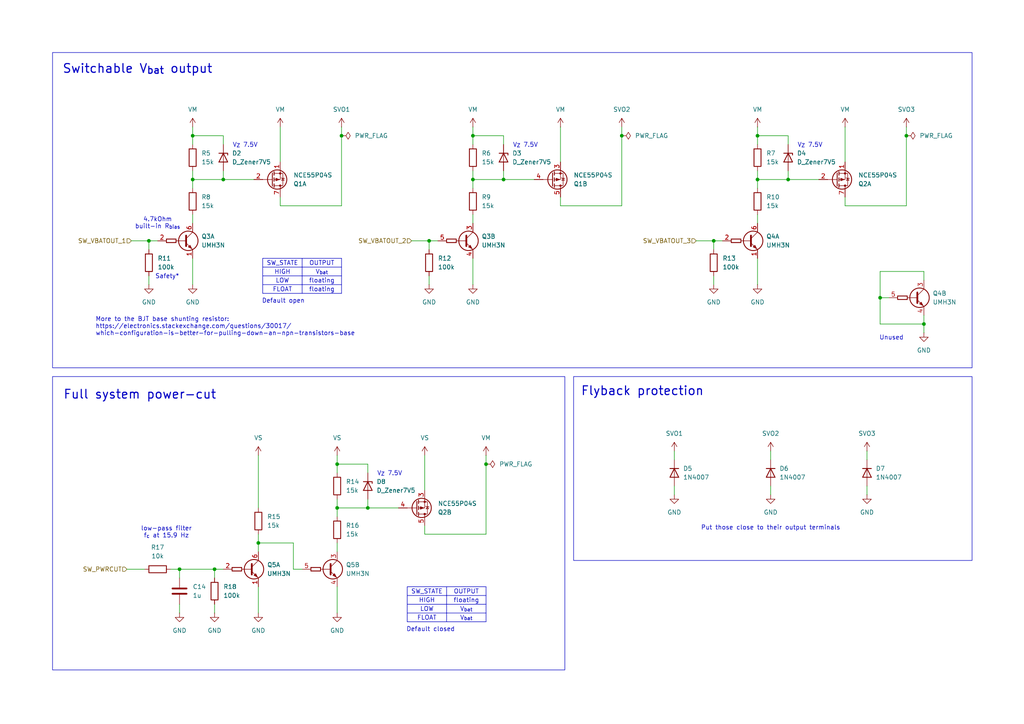
<source format=kicad_sch>
(kicad_sch (version 20250114) (generator "eeschema") (generator_version "9.0")
  (paper "A4")
  (lib_symbols
    (symbol "Device:C" (pin_numbers (hide yes)) (pin_names (offset 0.254))
      (property "Reference" "C" (at 0.635 2.54 0))
      (property "Value" "C" (at 0.635 -2.54 0))
      (symbol "C_0_1"
        (polyline (pts (xy -2.032 0.762) (xy 2.032 0.762)) (stroke (width 0.508)))
        (polyline (pts (xy -2.032 -0.762) (xy 2.032 -0.762)) (stroke (width 0.508)))
      )
      (symbol "C_1_1"
        (pin passive line (at 0 3.81 270) (length 2.794) (name "~") (number "1"))
        (pin passive line (at 0 -3.81 90) (length 2.794) (name "~") (number "2"))
      )
    )
    (symbol "Device:D_Zener" (pin_numbers (hide yes)) (pin_names (offset 1.016) (hide yes))
      (property "Reference" "D" (at 0 2.54 0))
      (property "Value" "D_Zener" (at 0 -2.54 0))
      (symbol "D_Zener_0_1"
        (polyline (pts (xy -1.27 -1.27) (xy -1.27 1.27) (xy -0.762 1.27)) (stroke (width 0.254)))
        (polyline (pts (xy 1.27 0) (xy -1.27 0)))
        (polyline (pts (xy 1.27 -1.27) (xy 1.27 1.27) (xy -1.27 0) (xy 1.27 -1.27)) (stroke (width 0.254)))
      )
      (symbol "D_Zener_1_1"
        (pin passive line (at -3.81 0 0) (length 2.54) (name "K") (number "1"))
        (pin passive line (at 3.81 0 180) (length 2.54) (name "A") (number "2"))
      )
    )
    (symbol "Device:R" (pin_numbers (hide yes)) (pin_names (offset 0))
      (property "Reference" "R" (at 2.032 0 90))
      (property "Value" "R" (at 0 0 90))
      (symbol "R_0_1"
        (rectangle (start -1.016 -2.54) (end 1.016 2.54) (stroke (width 0.254)))
      )
      (symbol "R_1_1"
        (pin passive line (at 0 3.81 270) (length 1.27) (name "~") (number "1"))
        (pin passive line (at 0 -3.81 90) (length 1.27) (name "~") (number "2"))
      )
    )
    (symbol "Diode:1N4007" (pin_numbers (hide yes)) (pin_names (hide yes))
      (property "Reference" "D" (at 0 2.54 0))
      (property "Value" "1N4007" (at 0 -2.54 0))
      (symbol "1N4007_0_1"
        (polyline (pts (xy -1.27 1.27) (xy -1.27 -1.27)) (stroke (width 0.254)))
        (polyline (pts (xy 1.27 1.27) (xy 1.27 -1.27) (xy -1.27 0) (xy 1.27 1.27)) (stroke (width 0.254)))
        (polyline (pts (xy 1.27 0) (xy -1.27 0)))
      )
      (symbol "1N4007_1_1"
        (pin passive line (at -3.81 0 0) (length 2.54) (name "K") (number "1"))
        (pin passive line (at 3.81 0 180) (length 2.54) (name "A") (number "2"))
      )
    )
    (symbol "NCE55P04S:NCE55P04S" (pin_names (hide yes))
      (property "Reference" "Q" (at 5.08 1.905 0))
      (property "Value" "NCE55P04S" (at 5.08 0 0))
      (symbol "NCE55P04S_0_1"
        (polyline (pts (xy 0.254 1.905) (xy 0.254 -1.905)) (stroke (width 0.254)))
        (polyline (pts (xy 0.254 0) (xy -2.54 0)))
        (polyline (pts (xy 0.762 2.286) (xy 0.762 1.27)) (stroke (width 0.254)))
        (polyline (pts (xy 0.762 1.778) (xy 3.302 1.778) (xy 3.302 -1.778) (xy 0.762 -1.778)))
        (polyline (pts (xy 0.762 0.508) (xy 0.762 -0.508)) (stroke (width 0.254)))
        (polyline (pts (xy 0.762 -1.27) (xy 0.762 -2.286)) (stroke (width 0.254)))
        (circle (center 1.651 0) (radius 2.794) (stroke (width 0.254)))
        (polyline (pts (xy 2.286 0) (xy 1.27 0.381) (xy 1.27 -0.381) (xy 2.286 0)) (fill (type outline)))
        (polyline (pts (xy 2.54 2.54) (xy 2.54 1.778)))
        (circle (center 2.54 1.778) (radius 0.254) (fill (type outline)))
        (circle (center 2.54 -1.778) (radius 0.254) (fill (type outline)))
        (polyline (pts (xy 2.54 -2.54) (xy 2.54 0) (xy 0.762 0)))
        (polyline (pts (xy 2.794 -0.508) (xy 2.921 -0.381) (xy 3.683 -0.381) (xy 3.81 -0.254)))
        (polyline (pts (xy 3.302 -0.381) (xy 2.921 0.254) (xy 3.683 0.254) (xy 3.302 -0.381)))
      )
      (symbol "NCE55P04S_1_1"
        (pin input line (at -5.08 0 0) (length 2.54) (name "G1") (number "2"))
        (pin passive line (at 2.54 5.08 270) (length 2.54) (name "D1") (number "7"))
        (pin passive line (at 2.54 5.08 270) (length 2.54) (hide yes) (name "D1") (number "8"))
        (pin passive line (at 2.54 -5.08 90) (length 2.54) (name "S1") (number "1"))
      )
      (symbol "NCE55P04S_2_1"
        (pin input line (at -5.08 0 0) (length 2.54) (name "G2") (number "4"))
        (pin passive line (at 2.54 5.08 270) (length 2.54) (name "D2") (number "5"))
        (pin passive line (at 2.54 5.08 270) (length 2.54) (hide yes) (name "D2") (number "6"))
        (pin passive line (at 2.54 -5.08 90) (length 2.54) (name "S2") (number "3"))
      )
    )
    (symbol "Transistor_BJT:UMH3N" (pin_names (hide yes))
      (property "Reference" "Q" (at 7.62 1.27 0))
      (property "Value" "UMH3N" (at 7.62 -1.27 0))
      (symbol "UMH3N_0_1"
        (rectangle (start 0.254 0.508) (end -2.54 -0.508) (stroke (width 0.254)))
        (polyline (pts (xy 3.175 1.524) (xy 3.175 -1.524)) (stroke (width 0.508)))
        (polyline (pts (xy 3.175 0.635) (xy 5.08 2.54)))
        (polyline (pts (xy 3.175 0) (xy 0.254 0)))
        (polyline (pts (xy 3.175 -0.635) (xy 5.08 -2.54) (xy 5.08 -2.54)))
        (circle (center 3.81 0) (radius 2.8194) (stroke (width 0.254)))
        (polyline (pts (xy 3.81 -1.778) (xy 4.318 -1.27) (xy 4.826 -2.286) (xy 3.81 -1.778) (xy 3.81 -1.778)) (fill (type outline)))
      )
      (symbol "UMH3N_1_1"
        (pin input line (at -5.08 0 0) (length 2.54) (name "B1") (number "2"))
        (pin passive line (at 5.08 5.08 270) (length 2.54) (name "C1") (number "6"))
        (pin passive line (at 5.08 -5.08 90) (length 2.54) (name "E1") (number "1"))
      )
      (symbol "UMH3N_2_1"
        (pin input line (at -5.08 0 0) (length 2.54) (name "B2") (number "5"))
        (pin passive line (at 5.08 5.08 270) (length 2.54) (name "C2") (number "3"))
        (pin passive line (at 5.08 -5.08 90) (length 2.54) (name "E2") (number "4"))
      )
    )
    (symbol "power:+5C" (power) (pin_numbers (hide yes)) (pin_names (offset 0) (hide yes))
      (property "Value" "+5C" (at 0 3.556 0))
      (symbol "+5C_0_1"
        (polyline (pts (xy -0.762 1.27) (xy 0 2.54)))
        (polyline (pts (xy 0 2.54) (xy 0.762 1.27)))
        (polyline (pts (xy 0 0) (xy 0 2.54)))
      )
      (symbol "+5C_1_1"
        (pin power_in line (at 0 0 90) (length 0) (name "~") (number "1"))
      )
    )
    (symbol "power:GND" (power) (pin_numbers (hide yes)) (pin_names (offset 0) (hide yes))
      (property "Value" "GND" (at 0 -3.81 0))
      (symbol "GND_0_1"
        (polyline (pts (xy 0 0) (xy 0 -1.27) (xy 1.27 -1.27) (xy 0 -2.54) (xy -1.27 -1.27) (xy 0 -1.27)))
      )
      (symbol "GND_1_1"
        (pin power_in line (at 0 0 270) (length 0) (name "~") (number "1"))
      )
    )
    (symbol "power:PWR_FLAG" (power) (pin_numbers (hide yes)) (pin_names (offset 0) (hide yes))
      (property "Value" "PWR_FLAG" (at 0 3.81 0))
      (symbol "PWR_FLAG_0_0"
        (pin power_out line (at 0 0 90) (length 0) (name "~") (number "1"))
      )
      (symbol "PWR_FLAG_0_1"
        (polyline (pts (xy 0 0) (xy 0 1.27) (xy -1.016 1.905) (xy 0 2.54) (xy 1.016 1.905) (xy 0 1.27)))
      )
    )
  )
  (rectangle (start 166.37 109.22) (end 281.94 162.56))
  (rectangle (start 15.24 15.24) (end 281.94 106.68))
  (rectangle (start 15.24 109.22) (end 163.83 194.31))
  (text "Safety*" (at 48.514 80.264 0) (effects (font (size 1.27 1.27))))
  (text "V_{Z} 7.5V" (at 71.12 42.164 0) (effects (font (size 1.27 1.27))))
  (text "V_{Z} 7.5V" (at 152.4 42.164 0) (effects (font (size 1.27 1.27))))
  (text "Default open" (at 75.946 87.376 0) (effects (font (size 1.27 1.27)) (justify left)))
  (text "Unused" (at 258.572 98.044 0) (effects (font (size 1.27 1.27))))
  (text "More to the BJT base shunting resistor:\nhttps://electronics.stackexchange.com/questions/30017/\nwhich-configuration-is-better-for-pulling-down-an-npn-transistors-base" (at 27.686 94.742 0) (effects (font (size 1.27 1.27)) (justify left)))
  (text "4.7kOhm\nbuilt-in R_{bias}" (at 45.72 64.77 0) (effects (font (size 1.27 1.27))))
  (text "V_{Z} 7.5V" (at 113.03 137.414 0) (effects (font (size 1.27 1.27))))
  (text "Put those close to their output terminals\n" (at 223.52 153.162 0) (effects (font (size 1.27 1.27))))
  (text "Full system power-cut" (at 18.288 114.554 0) (effects (font (size 2.54 2.54) (thickness 0.3175)) (justify left)))
  (text "Switchable V_{bat} output" (at 18.034 20.066 0) (effects (font (size 2.54 2.54) (thickness 0.3175)) (justify left)))
  (text "Default closed" (at 117.856 182.626 0) (effects (font (size 1.27 1.27)) (justify left)))
  (text "low-pass filter\nf_{c} at 15.9 Hz" (at 48.26 154.432 0) (effects (font (size 1.27 1.27))))
  (text "Flyback protection" (at 168.402 113.538 0) (effects (font (size 2.54 2.54) (thickness 0.3175)) (justify left)))
  (text "V_{Z} 7.5V" (at 234.95 42.164 0) (effects (font (size 1.27 1.27))))
  (junction (at 255.27 86.36))
  (junction (at 106.68 147.32))
  (junction (at 140.97 134.62))
  (junction (at 52.07 165.1))
  (junction (at 55.88 39.37))
  (junction (at 43.18 69.85))
  (junction (at 74.93 157.48))
  (junction (at 219.71 39.37))
  (junction (at 64.77 52.07))
  (junction (at 97.79 134.62))
  (junction (at 180.34 39.37))
  (junction (at 99.06 39.37))
  (junction (at 262.89 39.37))
  (junction (at 228.6 52.07))
  (junction (at 267.97 93.98))
  (junction (at 137.16 52.07))
  (junction (at 207.01 69.85))
  (junction (at 62.23 165.1))
  (junction (at 146.05 52.07))
  (junction (at 137.16 39.37))
  (junction (at 55.88 52.07))
  (junction (at 97.79 147.32))
  (junction (at 124.46 69.85))
  (junction (at 219.71 52.07))
  (wire (pts (xy 43.18 69.85) (xy 45.72 69.85)))
  (wire (pts (xy 162.56 59.69) (xy 162.56 57.15)))
  (wire (pts (xy 228.6 39.37) (xy 219.71 39.37)))
  (wire (pts (xy 146.05 52.07) (xy 154.94 52.07)))
  (wire (pts (xy 106.68 144.78) (xy 106.68 147.32)))
  (wire (pts (xy 228.6 41.91) (xy 228.6 39.37)))
  (wire (pts (xy 195.58 140.97) (xy 195.58 143.51)))
  (wire (pts (xy 38.1 69.85) (xy 43.18 69.85)))
  (wire (pts (xy 52.07 165.1) (xy 52.07 167.64)))
  (wire (pts (xy 245.11 36.83) (xy 245.11 46.99)))
  (wire (pts (xy 223.52 130.81) (xy 223.52 133.35)))
  (wire (pts (xy 195.58 130.81) (xy 195.58 133.35)))
  (wire (pts (xy 162.56 36.83) (xy 162.56 46.99)))
  (wire (pts (xy 267.97 91.44) (xy 267.97 93.98)))
  (wire (pts (xy 97.79 144.78) (xy 97.79 147.32)))
  (wire (pts (xy 123.19 154.94) (xy 123.19 152.4)))
  (wire (pts (xy 55.88 74.93) (xy 55.88 82.55)))
  (wire (pts (xy 74.93 154.94) (xy 74.93 157.48)))
  (wire (pts (xy 124.46 80.01) (xy 124.46 82.55)))
  (wire (pts (xy 97.79 147.32) (xy 97.79 149.86)))
  (wire (pts (xy 219.71 52.07) (xy 228.6 52.07)))
  (wire (pts (xy 146.05 49.53) (xy 146.05 52.07)))
  (wire (pts (xy 74.93 157.48) (xy 74.93 160.02)))
  (wire (pts (xy 124.46 69.85) (xy 124.46 72.39)))
  (wire (pts (xy 137.16 52.07) (xy 137.16 54.61)))
  (wire (pts (xy 207.01 69.85) (xy 207.01 72.39)))
  (wire (pts (xy 255.27 78.74) (xy 267.97 78.74)))
  (wire (pts (xy 74.93 157.48) (xy 85.09 157.48)))
  (wire (pts (xy 85.09 165.1) (xy 87.63 165.1)))
  (wire (pts (xy 219.71 39.37) (xy 219.71 41.91)))
  (wire (pts (xy 180.34 39.37) (xy 180.34 59.69)))
  (wire (pts (xy 251.46 140.97) (xy 251.46 143.51)))
  (wire (pts (xy 64.77 52.07) (xy 73.66 52.07)))
  (wire (pts (xy 55.88 39.37) (xy 55.88 41.91)))
  (wire (pts (xy 106.68 137.16) (xy 106.68 134.62)))
  (wire (pts (xy 223.52 140.97) (xy 223.52 143.51)))
  (wire (pts (xy 123.19 154.94) (xy 140.97 154.94)))
  (wire (pts (xy 228.6 52.07) (xy 237.49 52.07)))
  (wire (pts (xy 81.28 59.69) (xy 81.28 57.15)))
  (wire (pts (xy 99.06 39.37) (xy 99.06 59.69)))
  (wire (pts (xy 49.53 165.1) (xy 52.07 165.1)))
  (wire (pts (xy 262.89 39.37) (xy 262.89 59.69)))
  (wire (pts (xy 106.68 134.62) (xy 97.79 134.62)))
  (wire (pts (xy 267.97 78.74) (xy 267.97 81.28)))
  (wire (pts (xy 137.16 74.93) (xy 137.16 82.55)))
  (wire (pts (xy 245.11 59.69) (xy 245.11 57.15)))
  (wire (pts (xy 137.16 36.83) (xy 137.16 39.37)))
  (wire (pts (xy 55.88 62.23) (xy 55.88 64.77)))
  (wire (pts (xy 106.68 147.32) (xy 115.57 147.32)))
  (wire (pts (xy 36.83 165.1) (xy 41.91 165.1)))
  (wire (pts (xy 99.06 36.83) (xy 99.06 39.37)))
  (wire (pts (xy 62.23 175.26) (xy 62.23 177.8)))
  (wire (pts (xy 124.46 69.85) (xy 127 69.85)))
  (wire (pts (xy 201.93 69.85) (xy 207.01 69.85)))
  (wire (pts (xy 245.11 59.69) (xy 262.89 59.69)))
  (wire (pts (xy 140.97 134.62) (xy 140.97 154.94)))
  (wire (pts (xy 43.18 80.01) (xy 43.18 82.55)))
  (wire (pts (xy 55.88 52.07) (xy 64.77 52.07)))
  (wire (pts (xy 162.56 59.69) (xy 180.34 59.69)))
  (wire (pts (xy 97.79 134.62) (xy 97.79 137.16)))
  (wire (pts (xy 267.97 93.98) (xy 267.97 96.52)))
  (wire (pts (xy 146.05 39.37) (xy 137.16 39.37)))
  (wire (pts (xy 55.88 52.07) (xy 55.88 54.61)))
  (wire (pts (xy 251.46 130.81) (xy 251.46 133.35)))
  (wire (pts (xy 219.71 36.83) (xy 219.71 39.37)))
  (wire (pts (xy 219.71 62.23) (xy 219.71 64.77)))
  (wire (pts (xy 52.07 165.1) (xy 62.23 165.1)))
  (wire (pts (xy 137.16 52.07) (xy 146.05 52.07)))
  (wire (pts (xy 85.09 157.48) (xy 85.09 165.1)))
  (wire (pts (xy 81.28 36.83) (xy 81.28 46.99)))
  (wire (pts (xy 64.77 39.37) (xy 55.88 39.37)))
  (wire (pts (xy 146.05 41.91) (xy 146.05 39.37)))
  (wire (pts (xy 81.28 59.69) (xy 99.06 59.69)))
  (wire (pts (xy 74.93 170.18) (xy 74.93 177.8)))
  (wire (pts (xy 97.79 170.18) (xy 97.79 177.8)))
  (wire (pts (xy 262.89 36.83) (xy 262.89 39.37)))
  (wire (pts (xy 267.97 93.98) (xy 255.27 93.98)))
  (wire (pts (xy 137.16 39.37) (xy 137.16 41.91)))
  (wire (pts (xy 62.23 165.1) (xy 64.77 165.1)))
  (wire (pts (xy 62.23 165.1) (xy 62.23 167.64)))
  (wire (pts (xy 97.79 132.08) (xy 97.79 134.62)))
  (wire (pts (xy 55.88 36.83) (xy 55.88 39.37)))
  (wire (pts (xy 180.34 36.83) (xy 180.34 39.37)))
  (wire (pts (xy 255.27 93.98) (xy 255.27 86.36)))
  (wire (pts (xy 219.71 49.53) (xy 219.71 52.07)))
  (wire (pts (xy 207.01 80.01) (xy 207.01 82.55)))
  (wire (pts (xy 119.38 69.85) (xy 124.46 69.85)))
  (wire (pts (xy 137.16 49.53) (xy 137.16 52.07)))
  (wire (pts (xy 55.88 49.53) (xy 55.88 52.07)))
  (wire (pts (xy 228.6 49.53) (xy 228.6 52.07)))
  (wire (pts (xy 219.71 74.93) (xy 219.71 82.55)))
  (wire (pts (xy 137.16 62.23) (xy 137.16 64.77)))
  (wire (pts (xy 43.18 69.85) (xy 43.18 72.39)))
  (wire (pts (xy 219.71 52.07) (xy 219.71 54.61)))
  (wire (pts (xy 97.79 157.48) (xy 97.79 160.02)))
  (wire (pts (xy 140.97 132.08) (xy 140.97 134.62)))
  (wire (pts (xy 64.77 41.91) (xy 64.77 39.37)))
  (wire (pts (xy 123.19 132.08) (xy 123.19 142.24)))
  (wire (pts (xy 64.77 49.53) (xy 64.77 52.07)))
  (wire (pts (xy 255.27 86.36) (xy 255.27 78.74)))
  (wire (pts (xy 97.79 147.32) (xy 106.68 147.32)))
  (wire (pts (xy 52.07 175.26) (xy 52.07 177.8)))
  (wire (pts (xy 207.01 69.85) (xy 209.55 69.85)))
  (wire (pts (xy 255.27 86.36) (xy 257.81 86.36)))
  (wire (pts (xy 74.93 132.08) (xy 74.93 147.32)))
  (table (column_count 2) (border (external yes) (header yes)) (separators (rows yes) (cols yes)) (column_widths 11.43 11.43) (row_heights 2.54 2.54 2.54 2.54) (cells (table_cell "SW_STATE" (at 118.11 170.18 0) (size 11.43 2.54) (margins 0.9525 0.9525 0.9525 0.9525) (span 1 1)) (table_cell "OUTPUT" (at 129.54 170.18 0) (size 11.43 2.54) (margins 0.9525 0.9525 0.9525 0.9525) (span 1 1)) (table_cell "HIGH" (at 118.11 172.72 0) (size 11.43 2.54) (margins 0.9525 0.9525 0.9525 0.9525) (span 1 1)) (table_cell "floating" (at 129.54 172.72 0) (size 11.43 2.54) (margins 0.9525 0.9525 0.9525 0.9525) (span 1 1)) (table_cell "LOW" (at 118.11 175.26 0) (size 11.43 2.54) (margins 0.9525 0.9525 0.9525 0.9525) (span 1 1)) (table_cell "V_{bat}" (at 129.54 175.26 0) (size 11.43 2.54) (margins 0.9525 0.9525 0.9525 0.9525) (span 1 1)) (table_cell "FLOAT" (at 118.11 177.8 0) (size 11.43 2.54) (margins 0.9525 0.9525 0.9525 0.9525) (span 1 1)) (table_cell "V_{bat}" (at 129.54 177.8 0) (size 11.43 2.54) (margins 0.9525 0.9525 0.9525 0.9525) (span 1 1))))
  (table (column_count 2) (border (external yes) (header yes)) (separators (rows yes) (cols yes)) (column_widths 11.43 11.43) (row_heights 2.54 2.54 2.54 2.54) (cells (table_cell "SW_STATE" (at 76.2 74.93 0) (size 11.43 2.54) (margins 0.9525 0.9525 0.9525 0.9525) (span 1 1)) (table_cell "OUTPUT" (at 87.63 74.93 0) (size 11.43 2.54) (margins 0.9525 0.9525 0.9525 0.9525) (span 1 1)) (table_cell "HIGH" (at 76.2 77.47 0) (size 11.43 2.54) (margins 0.9525 0.9525 0.9525 0.9525) (span 1 1)) (table_cell "V_{bat}" (at 87.63 77.47 0) (size 11.43 2.54) (margins 0.9525 0.9525 0.9525 0.9525) (span 1 1)) (table_cell "LOW" (at 76.2 80.01 0) (size 11.43 2.54) (margins 0.9525 0.9525 0.9525 0.9525) (span 1 1)) (table_cell "floating" (at 87.63 80.01 0) (size 11.43 2.54) (margins 0.9525 0.9525 0.9525 0.9525) (span 1 1)) (table_cell "FLOAT" (at 76.2 82.55 0) (size 11.43 2.54) (margins 0.9525 0.9525 0.9525 0.9525) (span 1 1)) (table_cell "floating" (at 87.63 82.55 0) (size 11.43 2.54) (margins 0.9525 0.9525 0.9525 0.9525) (span 1 1))))
  (hierarchical_label "SW_VBATOUT_3" (shape input) (at 201.93 69.85 180))
  (hierarchical_label "SW_PWRCUT" (shape input) (at 36.83 165.1 180))
  (hierarchical_label "SW_VBATOUT_1" (shape input) (at 38.1 69.85 180))
  (hierarchical_label "SW_VBATOUT_2" (shape input) (at 119.38 69.85 180))
  (symbol (lib_id "Device:R") (at 45.72 165.1 90) (unit 1)
    (property "Reference" "R17" (at 45.72 158.75 90))
    (property "Value" "10k" (at 45.72 161.29 90))
    (property "Footprint" "Resistor_SMD:R_0603_1608Metric" (effects (hide yes)))
    (property "Description" "Resistor" (effects (hide yes)))
  )
  (symbol (lib_id "Device:D_Zener") (at 146.05 45.72 270) (unit 1)
    (property "Reference" "D3" (at 148.59 44.4499 90) (effects (justify left)))
    (property "Value" "D_Zener7V5" (at 148.59 46.9899 90) (effects (justify left)))
    (property "Footprint" "Diode_SMD:D_SOD-523" (effects (hide yes)))
    (property "Description" "Zener diode" (effects (hide yes)))
  )
  (symbol (lib_id "NCE55P04S:NCE55P04S") (at 242.57 52.07 0) (mirror x) (unit 1)
    (property "Reference" "Q2" (at 248.92 53.3401 0) (effects (justify left)))
    (property "Value" "NCE55P04S" (at 248.92 50.8001 0) (effects (justify left)))
    (property "Footprint" "Package_SO:SOP-8_3.9x4.9mm_P1.27mm" (effects (hide yes)))
    (property "Datasheet" "https://www.alldatasheet.com/datasheet-pdf/view/1228874/VBSEMI/NCE55P04S.html" (effects (hide yes)))
    (property "Description" "-4A Id, -55V Vds, P-Channel Power MOSFET, SOP-8" (effects (hide yes)))
  )
  (symbol (lib_id "Device:R") (at 97.79 140.97 0) (unit 1)
    (property "Reference" "R14" (at 100.33 139.6999 0) (effects (justify left)))
    (property "Value" "15k" (at 100.33 142.2399 0) (effects (justify left)))
    (property "Footprint" "Resistor_SMD:R_0603_1608Metric" (effects (hide yes)))
    (property "Description" "Resistor" (effects (hide yes)))
  )
  (symbol (lib_id "power:+5C") (at 99.06 36.83 0) (unit 1)
    (property "Reference" "#PWR038" (effects (hide yes)))
    (property "Value" "SVO1" (at 99.06 31.75 0))
    (property "Description" "Power symbol creates a global label with name \"+5C\"" (effects (hide yes)))
  )
  (symbol (lib_id "Transistor_BJT:UMH3N") (at 132.08 69.85 0) (unit 2)
    (property "Reference" "Q3" (at 139.7 68.5799 0) (effects (justify left)))
    (property "Value" "UMH3N" (at 139.7 71.1199 0) (effects (justify left)))
    (property "Footprint" "Package_TO_SOT_SMD:SOT-363_SC-70-6" (effects (hide yes)))
    (property "Datasheet" "http://rohmfs.rohm.com/en/products/databook/datasheet/discrete/transistor/digital/emh3t2r-e.pdf" (effects (hide yes)))
    (property "Description" "0.1A Ic, 50V Vce, Dual NPN Input Resistor Transistors, SOT-363" (effects (hide yes)))
  )
  (symbol (lib_id "power:GND") (at 52.07 177.8 0) (unit 1)
    (property "Reference" "#PWR062" (effects (hide yes)))
    (property "Value" "GND" (at 52.07 182.88 0))
    (property "Description" "Power symbol creates a global label with name \"GND\" , ground" (effects (hide yes)))
  )
  (symbol (lib_id "power:GND") (at 219.71 82.55 0) (unit 1)
    (property "Reference" "#PWR050" (effects (hide yes)))
    (property "Value" "GND" (at 219.71 87.63 0))
    (property "Description" "Power symbol creates a global label with name \"GND\" , ground" (effects (hide yes)))
  )
  (symbol (lib_id "power:+5C") (at 162.56 36.83 0) (unit 1)
    (property "Reference" "#PWR040" (effects (hide yes)))
    (property "Value" "VM" (at 162.56 31.75 0))
    (property "Description" "Power symbol creates a global label with name \"+5C\"" (effects (hide yes)))
  )
  (symbol (lib_id "Device:D_Zener") (at 106.68 140.97 270) (unit 1)
    (property "Reference" "D8" (at 109.22 139.6999 90) (effects (justify left)))
    (property "Value" "D_Zener7V5" (at 109.22 142.2399 90) (effects (justify left)))
    (property "Footprint" "Diode_SMD:D_SOD-523" (effects (hide yes)))
    (property "Description" "Zener diode" (effects (hide yes)))
  )
  (symbol (lib_id "Device:D_Zener") (at 228.6 45.72 270) (unit 1)
    (property "Reference" "D4" (at 231.14 44.4499 90) (effects (justify left)))
    (property "Value" "D_Zener7V5" (at 231.14 46.9899 90) (effects (justify left)))
    (property "Footprint" "Diode_SMD:D_SOD-523" (effects (hide yes)))
    (property "Description" "Zener diode" (effects (hide yes)))
  )
  (symbol (lib_id "power:+5C") (at 195.58 130.81 0) (unit 1)
    (property "Reference" "#PWR052" (effects (hide yes)))
    (property "Value" "SVO1" (at 195.58 125.73 0))
    (property "Description" "Power symbol creates a global label with name \"+5C\"" (effects (hide yes)))
  )
  (symbol (lib_id "NCE55P04S:NCE55P04S") (at 78.74 52.07 0) (mirror x) (unit 1)
    (property "Reference" "Q1" (at 85.09 53.3401 0) (effects (justify left)))
    (property "Value" "NCE55P04S" (at 85.09 50.8001 0) (effects (justify left)))
    (property "Footprint" "Package_SO:SOP-8_3.9x4.9mm_P1.27mm" (effects (hide yes)))
    (property "Datasheet" "https://www.alldatasheet.com/datasheet-pdf/view/1228874/VBSEMI/NCE55P04S.html" (effects (hide yes)))
    (property "Description" "-4A Id, -55V Vds, P-Channel Power MOSFET, SOP-8" (effects (hide yes)))
  )
  (symbol (lib_id "power:+5C") (at 245.11 36.83 0) (unit 1)
    (property "Reference" "#PWR043" (effects (hide yes)))
    (property "Value" "VM" (at 245.11 31.75 0))
    (property "Description" "Power symbol creates a global label with name \"+5C\"" (effects (hide yes)))
  )
  (symbol (lib_id "Device:R") (at 97.79 153.67 0) (unit 1)
    (property "Reference" "R16" (at 100.33 152.3999 0) (effects (justify left)))
    (property "Value" "15k" (at 100.33 154.9399 0) (effects (justify left)))
    (property "Footprint" "Resistor_SMD:R_0603_1608Metric" (effects (hide yes)))
    (property "Description" "Resistor" (effects (hide yes)))
  )
  (symbol (lib_id "power:+5C") (at 81.28 36.83 0) (unit 1)
    (property "Reference" "#PWR037" (effects (hide yes)))
    (property "Value" "VM" (at 81.28 31.75 0))
    (property "Description" "Power symbol creates a global label with name \"+5C\"" (effects (hide yes)))
  )
  (symbol (lib_id "power:GND") (at 74.93 177.8 0) (unit 1)
    (property "Reference" "#PWR064" (effects (hide yes)))
    (property "Value" "GND" (at 74.93 182.88 0))
    (property "Description" "Power symbol creates a global label with name \"GND\" , ground" (effects (hide yes)))
  )
  (symbol (lib_id "NCE55P04S:NCE55P04S") (at 160.02 52.07 0) (mirror x) (unit 2)
    (property "Reference" "Q1" (at 166.37 53.3401 0) (effects (justify left)))
    (property "Value" "NCE55P04S" (at 166.37 50.8001 0) (effects (justify left)))
    (property "Footprint" "Package_SO:SOP-8_3.9x4.9mm_P1.27mm" (effects (hide yes)))
    (property "Datasheet" "https://www.alldatasheet.com/datasheet-pdf/view/1228874/VBSEMI/NCE55P04S.html" (effects (hide yes)))
    (property "Description" "-4A Id, -55V Vds, P-Channel Power MOSFET, SOP-8" (effects (hide yes)))
  )
  (symbol (lib_id "power:+5C") (at 219.71 36.83 0) (unit 1)
    (property "Reference" "#PWR042" (effects (hide yes)))
    (property "Value" "VM" (at 219.71 31.75 0))
    (property "Description" "Power symbol creates a global label with name \"+5C\"" (effects (hide yes)))
  )
  (symbol (lib_id "Diode:1N4007") (at 223.52 137.16 270) (unit 1)
    (property "Reference" "D6" (at 226.06 135.8899 90) (effects (justify left)))
    (property "Value" "1N4007" (at 226.06 138.4299 90) (effects (justify left)))
    (property "Footprint" "Diode_SMD:Nexperia_CFP3_SOD-123W" (effects (hide yes)))
    (property "Datasheet" "http://www.vishay.com/docs/88503/1n4001.pdf" (effects (hide yes)))
    (property "Description" "1000V 1A General Purpose Rectifier Diode, DO-41" (effects (hide yes)))
    (property "Sim.Device" "D" (effects (hide yes)))
    (property "Sim.Pins" "1=K 2=A" (effects (hide yes)))
  )
  (symbol (lib_id "Device:C") (at 52.07 171.45 0) (unit 1)
    (property "Reference" "C14" (at 55.88 170.1799 0) (effects (justify left)))
    (property "Value" "1u" (at 55.88 172.7199 0) (effects (justify left)))
    (property "Footprint" "Capacitor_SMD:C_0603_1608Metric" (effects (hide yes)))
    (property "Description" "Unpolarized capacitor" (effects (hide yes)))
  )
  (symbol (lib_id "Transistor_BJT:UMH3N") (at 262.89 86.36 0) (unit 2)
    (property "Reference" "Q4" (at 270.51 85.0899 0) (effects (justify left)))
    (property "Value" "UMH3N" (at 270.51 87.6299 0) (effects (justify left)))
    (property "Footprint" "Package_TO_SOT_SMD:SOT-363_SC-70-6" (effects (hide yes)))
    (property "Datasheet" "http://rohmfs.rohm.com/en/products/databook/datasheet/discrete/transistor/digital/emh3t2r-e.pdf" (effects (hide yes)))
    (property "Description" "0.1A Ic, 50V Vce, Dual NPN Input Resistor Transistors, SOT-363" (effects (hide yes)))
  )
  (symbol (lib_id "power:PWR_FLAG") (at 99.06 39.37 270) (unit 1)
    (property "Reference" "#FLG06" (effects (hide yes)))
    (property "Value" "PWR_FLAG" (at 102.87 39.3699 90) (effects (justify left)))
    (property "Description" "Special symbol for telling ERC where power comes from" (effects (hide yes)))
  )
  (symbol (lib_id "power:+5C") (at 74.93 132.08 0) (unit 1)
    (property "Reference" "#PWR055" (effects (hide yes)))
    (property "Value" "VS" (at 74.93 127 0))
    (property "Description" "Power symbol creates a global label with name \"+5C\"" (effects (hide yes)))
  )
  (symbol (lib_id "power:GND") (at 43.18 82.55 0) (unit 1)
    (property "Reference" "#PWR045" (effects (hide yes)))
    (property "Value" "GND" (at 43.18 87.63 0))
    (property "Description" "Power symbol creates a global label with name \"GND\" , ground" (effects (hide yes)))
  )
  (symbol (lib_id "Transistor_BJT:UMH3N") (at 214.63 69.85 0) (unit 1)
    (property "Reference" "Q4" (at 222.25 68.5799 0) (effects (justify left)))
    (property "Value" "UMH3N" (at 222.25 71.1199 0) (effects (justify left)))
    (property "Footprint" "Package_TO_SOT_SMD:SOT-363_SC-70-6" (effects (hide yes)))
    (property "Datasheet" "http://rohmfs.rohm.com/en/products/databook/datasheet/discrete/transistor/digital/emh3t2r-e.pdf" (effects (hide yes)))
    (property "Description" "0.1A Ic, 50V Vce, Dual NPN Input Resistor Transistors, SOT-363" (effects (hide yes)))
  )
  (symbol (lib_id "Device:R") (at 137.16 58.42 0) (unit 1)
    (property "Reference" "R9" (at 139.7 57.1499 0) (effects (justify left)))
    (property "Value" "15k" (at 139.7 59.6899 0) (effects (justify left)))
    (property "Footprint" "Resistor_SMD:R_0603_1608Metric" (effects (hide yes)))
    (property "Description" "Resistor" (effects (hide yes)))
  )
  (symbol (lib_id "power:+5C") (at 223.52 130.81 0) (unit 1)
    (property "Reference" "#PWR053" (effects (hide yes)))
    (property "Value" "SVO2" (at 223.52 125.73 0))
    (property "Description" "Power symbol creates a global label with name \"+5C\"" (effects (hide yes)))
  )
  (symbol (lib_id "power:+5C") (at 262.89 36.83 0) (unit 1)
    (property "Reference" "#PWR044" (effects (hide yes)))
    (property "Value" "SVO3" (at 262.89 31.75 0))
    (property "Description" "Power symbol creates a global label with name \"+5C\"" (effects (hide yes)))
  )
  (symbol (lib_id "power:PWR_FLAG") (at 140.97 134.62 270) (unit 1)
    (property "Reference" "#FLG09" (effects (hide yes)))
    (property "Value" "PWR_FLAG" (at 144.78 134.6199 90) (effects (justify left)))
    (property "Description" "Special symbol for telling ERC where power comes from" (effects (hide yes)))
  )
  (symbol (lib_id "Device:R") (at 219.71 45.72 0) (unit 1)
    (property "Reference" "R7" (at 222.25 44.4499 0) (effects (justify left)))
    (property "Value" "15k" (at 222.25 46.9899 0) (effects (justify left)))
    (property "Footprint" "Resistor_SMD:R_0603_1608Metric" (effects (hide yes)))
    (property "Description" "Resistor" (effects (hide yes)))
  )
  (symbol (lib_id "Transistor_BJT:UMH3N") (at 69.85 165.1 0) (unit 1)
    (property "Reference" "Q5" (at 77.47 163.8299 0) (effects (justify left)))
    (property "Value" "UMH3N" (at 77.47 166.3699 0) (effects (justify left)))
    (property "Footprint" "Package_TO_SOT_SMD:SOT-363_SC-70-6" (effects (hide yes)))
    (property "Datasheet" "http://rohmfs.rohm.com/en/products/databook/datasheet/discrete/transistor/digital/emh3t2r-e.pdf" (effects (hide yes)))
    (property "Description" "0.1A Ic, 50V Vce, Dual NPN Input Resistor Transistors, SOT-363" (effects (hide yes)))
  )
  (symbol (lib_id "Device:R") (at 124.46 76.2 0) (unit 1)
    (property "Reference" "R12" (at 127 74.9299 0) (effects (justify left)))
    (property "Value" "100k" (at 127 77.4699 0) (effects (justify left)))
    (property "Footprint" "Resistor_SMD:R_0603_1608Metric" (effects (hide yes)))
    (property "Description" "Resistor" (effects (hide yes)))
  )
  (symbol (lib_id "power:PWR_FLAG") (at 262.89 39.37 270) (unit 1)
    (property "Reference" "#FLG08" (effects (hide yes)))
    (property "Value" "PWR_FLAG" (at 266.7 39.3699 90) (effects (justify left)))
    (property "Description" "Special symbol for telling ERC where power comes from" (effects (hide yes)))
  )
  (symbol (lib_id "Device:R") (at 55.88 58.42 0) (unit 1)
    (property "Reference" "R8" (at 58.42 57.1499 0) (effects (justify left)))
    (property "Value" "15k" (at 58.42 59.6899 0) (effects (justify left)))
    (property "Footprint" "Resistor_SMD:R_0603_1608Metric" (effects (hide yes)))
    (property "Description" "Resistor" (effects (hide yes)))
  )
  (symbol (lib_id "power:+5C") (at 123.19 132.08 0) (unit 1)
    (property "Reference" "#PWR057" (effects (hide yes)))
    (property "Value" "VS" (at 123.19 127 0))
    (property "Description" "Power symbol creates a global label with name \"+5C\"" (effects (hide yes)))
  )
  (symbol (lib_id "Device:R") (at 55.88 45.72 0) (unit 1)
    (property "Reference" "R5" (at 58.42 44.4499 0) (effects (justify left)))
    (property "Value" "15k" (at 58.42 46.9899 0) (effects (justify left)))
    (property "Footprint" "Resistor_SMD:R_0603_1608Metric" (effects (hide yes)))
    (property "Description" "Resistor" (effects (hide yes)))
  )
  (symbol (lib_id "power:+5C") (at 97.79 132.08 0) (unit 1)
    (property "Reference" "#PWR056" (effects (hide yes)))
    (property "Value" "VS" (at 97.79 127 0))
    (property "Description" "Power symbol creates a global label with name \"+5C\"" (effects (hide yes)))
  )
  (symbol (lib_id "Device:R") (at 207.01 76.2 0) (unit 1)
    (property "Reference" "R13" (at 209.55 74.9299 0) (effects (justify left)))
    (property "Value" "100k" (at 209.55 77.4699 0) (effects (justify left)))
    (property "Footprint" "Resistor_SMD:R_0603_1608Metric" (effects (hide yes)))
    (property "Description" "Resistor" (effects (hide yes)))
  )
  (symbol (lib_id "Device:R") (at 62.23 171.45 0) (unit 1)
    (property "Reference" "R18" (at 64.77 170.1799 0) (effects (justify left)))
    (property "Value" "100k" (at 64.77 172.7199 0) (effects (justify left)))
    (property "Footprint" "Resistor_SMD:R_0603_1608Metric" (effects (hide yes)))
    (property "Description" "Resistor" (effects (hide yes)))
  )
  (symbol (lib_id "power:+5C") (at 137.16 36.83 0) (unit 1)
    (property "Reference" "#PWR039" (effects (hide yes)))
    (property "Value" "VM" (at 137.16 31.75 0))
    (property "Description" "Power symbol creates a global label with name \"+5C\"" (effects (hide yes)))
  )
  (symbol (lib_id "power:GND") (at 195.58 143.51 0) (unit 1)
    (property "Reference" "#PWR059" (effects (hide yes)))
    (property "Value" "GND" (at 195.58 148.59 0))
    (property "Description" "Power symbol creates a global label with name \"GND\" , ground" (effects (hide yes)))
  )
  (symbol (lib_id "power:GND") (at 137.16 82.55 0) (unit 1)
    (property "Reference" "#PWR048" (effects (hide yes)))
    (property "Value" "GND" (at 137.16 87.63 0))
    (property "Description" "Power symbol creates a global label with name \"GND\" , ground" (effects (hide yes)))
  )
  (symbol (lib_id "Device:R") (at 74.93 151.13 0) (unit 1)
    (property "Reference" "R15" (at 77.47 149.8599 0) (effects (justify left)))
    (property "Value" "15k" (at 77.47 152.3999 0) (effects (justify left)))
    (property "Footprint" "Resistor_SMD:R_0603_1608Metric" (effects (hide yes)))
    (property "Description" "Resistor" (effects (hide yes)))
  )
  (symbol (lib_id "power:GND") (at 62.23 177.8 0) (unit 1)
    (property "Reference" "#PWR063" (effects (hide yes)))
    (property "Value" "GND" (at 62.23 182.88 0))
    (property "Description" "Power symbol creates a global label with name \"GND\" , ground" (effects (hide yes)))
  )
  (symbol (lib_id "Device:R") (at 137.16 45.72 0) (unit 1)
    (property "Reference" "R6" (at 139.7 44.4499 0) (effects (justify left)))
    (property "Value" "15k" (at 139.7 46.9899 0) (effects (justify left)))
    (property "Footprint" "Resistor_SMD:R_0603_1608Metric" (effects (hide yes)))
    (property "Description" "Resistor" (effects (hide yes)))
  )
  (symbol (lib_id "Diode:1N4007") (at 195.58 137.16 270) (unit 1)
    (property "Reference" "D5" (at 198.12 135.8899 90) (effects (justify left)))
    (property "Value" "1N4007" (at 198.12 138.4299 90) (effects (justify left)))
    (property "Footprint" "Diode_SMD:Nexperia_CFP3_SOD-123W" (effects (hide yes)))
    (property "Datasheet" "http://www.vishay.com/docs/88503/1n4001.pdf" (effects (hide yes)))
    (property "Description" "1000V 1A General Purpose Rectifier Diode, DO-41" (effects (hide yes)))
    (property "Sim.Device" "D" (effects (hide yes)))
    (property "Sim.Pins" "1=K 2=A" (effects (hide yes)))
  )
  (symbol (lib_id "Diode:1N4007") (at 251.46 137.16 270) (unit 1)
    (property "Reference" "D7" (at 254 135.8899 90) (effects (justify left)))
    (property "Value" "1N4007" (at 254 138.4299 90) (effects (justify left)))
    (property "Footprint" "Diode_SMD:Nexperia_CFP3_SOD-123W" (effects (hide yes)))
    (property "Datasheet" "http://www.vishay.com/docs/88503/1n4001.pdf" (effects (hide yes)))
    (property "Description" "1000V 1A General Purpose Rectifier Diode, DO-41" (effects (hide yes)))
    (property "Sim.Device" "D" (effects (hide yes)))
    (property "Sim.Pins" "1=K 2=A" (effects (hide yes)))
  )
  (symbol (lib_id "Device:R") (at 219.71 58.42 0) (unit 1)
    (property "Reference" "R10" (at 222.25 57.1499 0) (effects (justify left)))
    (property "Value" "15k" (at 222.25 59.6899 0) (effects (justify left)))
    (property "Footprint" "Resistor_SMD:R_0603_1608Metric" (effects (hide yes)))
    (property "Description" "Resistor" (effects (hide yes)))
  )
  (symbol (lib_id "power:+5C") (at 180.34 36.83 0) (unit 1)
    (property "Reference" "#PWR041" (effects (hide yes)))
    (property "Value" "SVO2" (at 180.34 31.75 0))
    (property "Description" "Power symbol creates a global label with name \"+5C\"" (effects (hide yes)))
  )
  (symbol (lib_id "power:+5C") (at 140.97 132.08 0) (unit 1)
    (property "Reference" "#PWR058" (effects (hide yes)))
    (property "Value" "VM" (at 140.97 127 0))
    (property "Description" "Power symbol creates a global label with name \"+5C\"" (effects (hide yes)))
  )
  (symbol (lib_id "Transistor_BJT:UMH3N") (at 50.8 69.85 0) (unit 1)
    (property "Reference" "Q3" (at 58.42 68.5799 0) (effects (justify left)))
    (property "Value" "UMH3N" (at 58.42 71.1199 0) (effects (justify left)))
    (property "Footprint" "Package_TO_SOT_SMD:SOT-363_SC-70-6" (effects (hide yes)))
    (property "Datasheet" "http://rohmfs.rohm.com/en/products/databook/datasheet/discrete/transistor/digital/emh3t2r-e.pdf" (effects (hide yes)))
    (property "Description" "0.1A Ic, 50V Vce, Dual NPN Input Resistor Transistors, SOT-363" (effects (hide yes)))
  )
  (symbol (lib_id "power:GND") (at 55.88 82.55 0) (unit 1)
    (property "Reference" "#PWR046" (effects (hide yes)))
    (property "Value" "GND" (at 55.88 87.63 0))
    (property "Description" "Power symbol creates a global label with name \"GND\" , ground" (effects (hide yes)))
  )
  (symbol (lib_id "power:GND") (at 124.46 82.55 0) (unit 1)
    (property "Reference" "#PWR047" (effects (hide yes)))
    (property "Value" "GND" (at 124.46 87.63 0))
    (property "Description" "Power symbol creates a global label with name \"GND\" , ground" (effects (hide yes)))
  )
  (symbol (lib_id "power:PWR_FLAG") (at 180.34 39.37 270) (unit 1)
    (property "Reference" "#FLG07" (effects (hide yes)))
    (property "Value" "PWR_FLAG" (at 184.15 39.3699 90) (effects (justify left)))
    (property "Description" "Special symbol for telling ERC where power comes from" (effects (hide yes)))
  )
  (symbol (lib_id "power:GND") (at 97.79 177.8 0) (unit 1)
    (property "Reference" "#PWR065" (effects (hide yes)))
    (property "Value" "GND" (at 97.79 182.88 0))
    (property "Description" "Power symbol creates a global label with name \"GND\" , ground" (effects (hide yes)))
  )
  (symbol (lib_id "power:GND") (at 267.97 96.52 0) (unit 1)
    (property "Reference" "#PWR051" (effects (hide yes)))
    (property "Value" "GND" (at 267.97 101.6 0))
    (property "Description" "Power symbol creates a global label with name \"GND\" , ground" (effects (hide yes)))
  )
  (symbol (lib_id "Transistor_BJT:UMH3N") (at 92.71 165.1 0) (unit 2)
    (property "Reference" "Q5" (at 100.33 163.8299 0) (effects (justify left)))
    (property "Value" "UMH3N" (at 100.33 166.3699 0) (effects (justify left)))
    (property "Footprint" "Package_TO_SOT_SMD:SOT-363_SC-70-6" (effects (hide yes)))
    (property "Datasheet" "http://rohmfs.rohm.com/en/products/databook/datasheet/discrete/transistor/digital/emh3t2r-e.pdf" (effects (hide yes)))
    (property "Description" "0.1A Ic, 50V Vce, Dual NPN Input Resistor Transistors, SOT-363" (effects (hide yes)))
  )
  (symbol (lib_id "Device:D_Zener") (at 64.77 45.72 270) (unit 1)
    (property "Reference" "D2" (at 67.31 44.4499 90) (effects (justify left)))
    (property "Value" "D_Zener7V5" (at 67.31 46.9899 90) (effects (justify left)))
    (property "Footprint" "Diode_SMD:D_SOD-523" (effects (hide yes)))
    (property "Description" "Zener diode" (effects (hide yes)))
  )
  (symbol (lib_id "power:GND") (at 251.46 143.51 0) (unit 1)
    (property "Reference" "#PWR061" (effects (hide yes)))
    (property "Value" "GND" (at 251.46 148.59 0))
    (property "Description" "Power symbol creates a global label with name \"GND\" , ground" (effects (hide yes)))
  )
  (symbol (lib_id "power:GND") (at 207.01 82.55 0) (unit 1)
    (property "Reference" "#PWR049" (effects (hide yes)))
    (property "Value" "GND" (at 207.01 87.63 0))
    (property "Description" "Power symbol creates a global label with name \"GND\" , ground" (effects (hide yes)))
  )
  (symbol (lib_id "power:+5C") (at 251.46 130.81 0) (unit 1)
    (property "Reference" "#PWR054" (effects (hide yes)))
    (property "Value" "SVO3" (at 251.46 125.73 0))
    (property "Description" "Power symbol creates a global label with name \"+5C\"" (effects (hide yes)))
  )
  (symbol (lib_id "Device:R") (at 43.18 76.2 0) (unit 1)
    (property "Reference" "R11" (at 45.72 74.9299 0) (effects (justify left)))
    (property "Value" "100k" (at 45.72 77.4699 0) (effects (justify left)))
    (property "Footprint" "Resistor_SMD:R_0603_1608Metric" (effects (hide yes)))
    (property "Description" "Resistor" (effects (hide yes)))
  )
  (symbol (lib_id "power:+5C") (at 55.88 36.83 0) (unit 1)
    (property "Reference" "#PWR036" (effects (hide yes)))
    (property "Value" "VM" (at 55.88 31.75 0))
    (property "Description" "Power symbol creates a global label with name \"+5C\"" (effects (hide yes)))
  )
  (symbol (lib_id "power:GND") (at 223.52 143.51 0) (unit 1)
    (property "Reference" "#PWR060" (effects (hide yes)))
    (property "Value" "GND" (at 223.52 148.59 0))
    (property "Description" "Power symbol creates a global label with name \"GND\" , ground" (effects (hide yes)))
  )
  (symbol (lib_id "NCE55P04S:NCE55P04S") (at 120.65 147.32 0) (mirror x) (unit 2)
    (property "Reference" "Q2" (at 127 148.5901 0) (effects (justify left)))
    (property "Value" "NCE55P04S" (at 127 146.0501 0) (effects (justify left)))
    (property "Footprint" "Package_SO:SOP-8_3.9x4.9mm_P1.27mm" (effects (hide yes)))
    (property "Datasheet" "https://www.alldatasheet.com/datasheet-pdf/view/1228874/VBSEMI/NCE55P04S.html" (effects (hide yes)))
    (property "Description" "-4A Id, -55V Vds, P-Channel Power MOSFET, SOP-8" (effects (hide yes)))
  )
)
</source>
